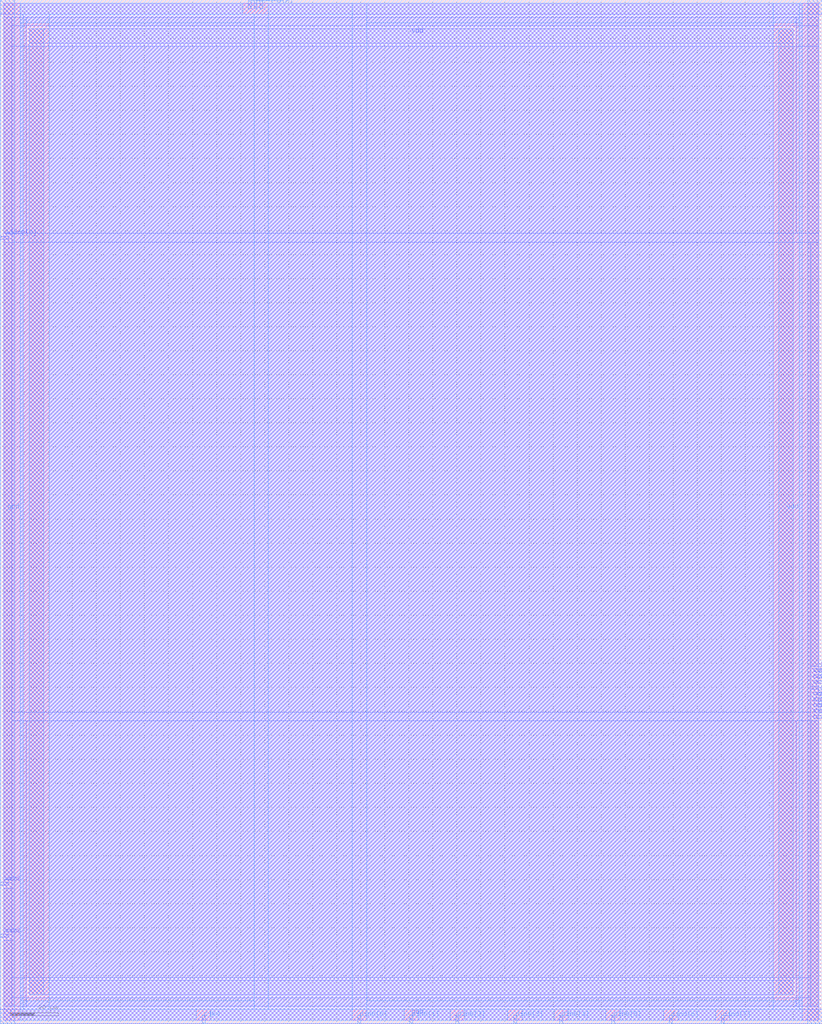
<source format=lef>
VERSION 5.4 ;
NAMESCASESENSITIVE ON ;
BUSBITCHARS "[]" ;
DIVIDERCHAR "/" ;
UNITS
  DATABASE MICRONS 2000 ;
END UNITS
MACRO ROM_Mem
   CLASS BLOCK ;
   SIZE 342.0 BY 426.0 ;
   SYMMETRY X Y R90 ;
   PIN din0[0]
      DIRECTION INPUT ;
      PORT
         LAYER metal4 ;
         RECT  148.8 0.0 150.0 3.6 ;
      END
   END din0[0]
   PIN din0[1]
      DIRECTION INPUT ;
      PORT
         LAYER metal4 ;
         RECT  170.4 0.0 171.6 3.6 ;
      END
   END din0[1]
   PIN din0[2]
      DIRECTION INPUT ;
      PORT
         LAYER metal4 ;
         RECT  189.6 0.0 190.8 3.6 ;
      END
   END din0[2]
   PIN din0[3]
      DIRECTION INPUT ;
      PORT
         LAYER metal4 ;
         RECT  213.6 0.0 214.8 3.6 ;
      END
   END din0[3]
   PIN din0[4]
      DIRECTION INPUT ;
      PORT
         LAYER metal4 ;
         RECT  232.8 0.0 234.0 3.6 ;
      END
   END din0[4]
   PIN din0[5]
      DIRECTION INPUT ;
      PORT
         LAYER metal4 ;
         RECT  254.4 0.0 255.6 3.6 ;
      END
   END din0[5]
   PIN din0[6]
      DIRECTION INPUT ;
      PORT
         LAYER metal4 ;
         RECT  278.4 0.0 279.6 3.6 ;
      END
   END din0[6]
   PIN din0[7]
      DIRECTION INPUT ;
      PORT
         LAYER metal4 ;
         RECT  300.0 0.0 301.2 3.6 ;
      END
   END din0[7]
   PIN addr0[0]
      DIRECTION INPUT ;
      PORT
         LAYER metal3 ;
         RECT  0.0 326.4 3.6 327.6 ;
      END
   END addr0[0]
   PIN addr0[1]
      DIRECTION INPUT ;
      PORT
         LAYER metal4 ;
         RECT  108.0 422.4 109.2 426.0 ;
      END
   END addr0[1]
   PIN addr0[2]
      DIRECTION INPUT ;
      PORT
         LAYER metal4 ;
         RECT  105.6 422.4 106.8 426.0 ;
      END
   END addr0[2]
   PIN addr0[3]
      DIRECTION INPUT ;
      PORT
         LAYER metal4 ;
         RECT  103.2 422.4 104.4 426.0 ;
      END
   END addr0[3]
   PIN csb0
      DIRECTION INPUT ;
      PORT
         LAYER metal3 ;
         RECT  0.0 36.0 3.6 37.2 ;
      END
   END csb0
   PIN web0
      DIRECTION INPUT ;
      PORT
         LAYER metal3 ;
         RECT  0.0 57.6 3.6 58.8 ;
      END
   END web0
   PIN clk0
      DIRECTION INPUT ;
      PORT
         LAYER metal4 ;
         RECT  84.0 0.0 85.2 3.6 ;
      END
   END clk0
   PIN dout0[0]
      DIRECTION OUTPUT ;
      PORT
         LAYER metal3 ;
         RECT  338.4 127.2 342.0 128.4 ;
      END
   END dout0[0]
   PIN dout0[1]
      DIRECTION OUTPUT ;
      PORT
         LAYER metal3 ;
         RECT  338.4 146.4 342.0 147.6 ;
      END
   END dout0[1]
   PIN dout0[2]
      DIRECTION OUTPUT ;
      PORT
         LAYER metal3 ;
         RECT  338.4 129.6 342.0 130.8 ;
      END
   END dout0[2]
   PIN dout0[3]
      DIRECTION OUTPUT ;
      PORT
         LAYER metal3 ;
         RECT  338.4 132.0 342.0 133.2 ;
      END
   END dout0[3]
   PIN dout0[4]
      DIRECTION OUTPUT ;
      PORT
         LAYER metal3 ;
         RECT  338.4 144.0 342.0 145.2 ;
      END
   END dout0[4]
   PIN dout0[5]
      DIRECTION OUTPUT ;
      PORT
         LAYER metal3 ;
         RECT  338.4 141.6 342.0 142.8 ;
      END
   END dout0[5]
   PIN dout0[6]
      DIRECTION OUTPUT ;
      PORT
         LAYER metal3 ;
         RECT  338.4 134.4 342.0 135.6 ;
      END
   END dout0[6]
   PIN dout0[7]
      DIRECTION OUTPUT ;
      PORT
         LAYER metal3 ;
         RECT  338.4 136.8 342.0 138.0 ;
      END
   END dout0[7]
   PIN vdd
      DIRECTION INOUT ;
      USE POWER ; 
      SHAPE ABUTMENT ; 
      PORT
         LAYER metal4 ;
         RECT  12.0 12.0 18.0 414.0 ;
         LAYER metal4 ;
         RECT  324.0 12.0 330.0 414.0 ;
         LAYER metal3 ;
         RECT  12.0 12.0 330.0 18.0 ;
         LAYER metal3 ;
         RECT  12.0 408.0 330.0 414.0 ;
      END
   END vdd
   PIN gnd
      DIRECTION INOUT ;
      USE GROUND ; 
      SHAPE ABUTMENT ; 
      PORT
         LAYER metal3 ;
         RECT  0.0 420.0 342.0 426.0 ;
         LAYER metal4 ;
         RECT  336.0 0.0 342.0 426.0 ;
         LAYER metal3 ;
         RECT  0.0 0.0 342.0 6.0 ;
         LAYER metal4 ;
         RECT  0.0 0.0 6.0 426.0 ;
      END
   END gnd
   OBS
   LAYER  metal1 ;
      RECT  1.4 1.4 340.6 424.6 ;
   LAYER  metal2 ;
      RECT  1.4 1.4 340.6 424.6 ;
   LAYER  metal3 ;
      RECT  4.8 325.2 340.6 328.8 ;
      RECT  1.4 38.4 4.8 56.4 ;
      RECT  1.4 60.0 4.8 325.2 ;
      RECT  4.8 126.0 337.2 129.6 ;
      RECT  4.8 129.6 337.2 325.2 ;
      RECT  337.2 148.8 340.6 325.2 ;
      RECT  337.2 139.2 340.6 140.4 ;
      RECT  4.8 10.8 10.8 19.2 ;
      RECT  4.8 19.2 10.8 126.0 ;
      RECT  10.8 19.2 331.2 126.0 ;
      RECT  331.2 10.8 337.2 19.2 ;
      RECT  331.2 19.2 337.2 126.0 ;
      RECT  4.8 328.8 10.8 406.8 ;
      RECT  4.8 406.8 10.8 415.2 ;
      RECT  10.8 328.8 331.2 406.8 ;
      RECT  331.2 328.8 340.6 406.8 ;
      RECT  331.2 406.8 340.6 415.2 ;
      RECT  1.4 328.8 4.8 418.8 ;
      RECT  4.8 415.2 10.8 418.8 ;
      RECT  10.8 415.2 331.2 418.8 ;
      RECT  331.2 415.2 340.6 418.8 ;
      RECT  1.4 7.2 4.8 34.8 ;
      RECT  337.2 7.2 340.6 126.0 ;
      RECT  4.8 7.2 10.8 10.8 ;
      RECT  10.8 7.2 331.2 10.8 ;
      RECT  331.2 7.2 337.2 10.8 ;
   LAYER  metal4 ;
      RECT  146.4 6.0 152.4 424.6 ;
      RECT  152.4 1.4 168.0 6.0 ;
      RECT  174.0 1.4 187.2 6.0 ;
      RECT  193.2 1.4 211.2 6.0 ;
      RECT  217.2 1.4 230.4 6.0 ;
      RECT  236.4 1.4 252.0 6.0 ;
      RECT  258.0 1.4 276.0 6.0 ;
      RECT  282.0 1.4 297.6 6.0 ;
      RECT  105.6 6.0 111.6 420.0 ;
      RECT  111.6 6.0 146.4 420.0 ;
      RECT  111.6 420.0 146.4 424.6 ;
      RECT  87.6 1.4 146.4 6.0 ;
      RECT  9.6 6.0 20.4 9.6 ;
      RECT  9.6 416.4 20.4 420.0 ;
      RECT  20.4 6.0 105.6 9.6 ;
      RECT  20.4 9.6 105.6 416.4 ;
      RECT  20.4 416.4 105.6 420.0 ;
      RECT  152.4 6.0 321.6 9.6 ;
      RECT  152.4 9.6 321.6 416.4 ;
      RECT  152.4 416.4 321.6 424.6 ;
      RECT  321.6 6.0 332.4 9.6 ;
      RECT  321.6 416.4 332.4 424.6 ;
      RECT  303.6 1.4 333.6 6.0 ;
      RECT  332.4 6.0 333.6 9.6 ;
      RECT  332.4 9.6 333.6 416.4 ;
      RECT  332.4 416.4 333.6 424.6 ;
      RECT  8.4 420.0 100.8 424.6 ;
      RECT  8.4 1.4 81.6 6.0 ;
      RECT  8.4 6.0 9.6 9.6 ;
      RECT  8.4 9.6 9.6 416.4 ;
      RECT  8.4 416.4 9.6 420.0 ;
   END
END    ROM_Mem
END    LIBRARY

</source>
